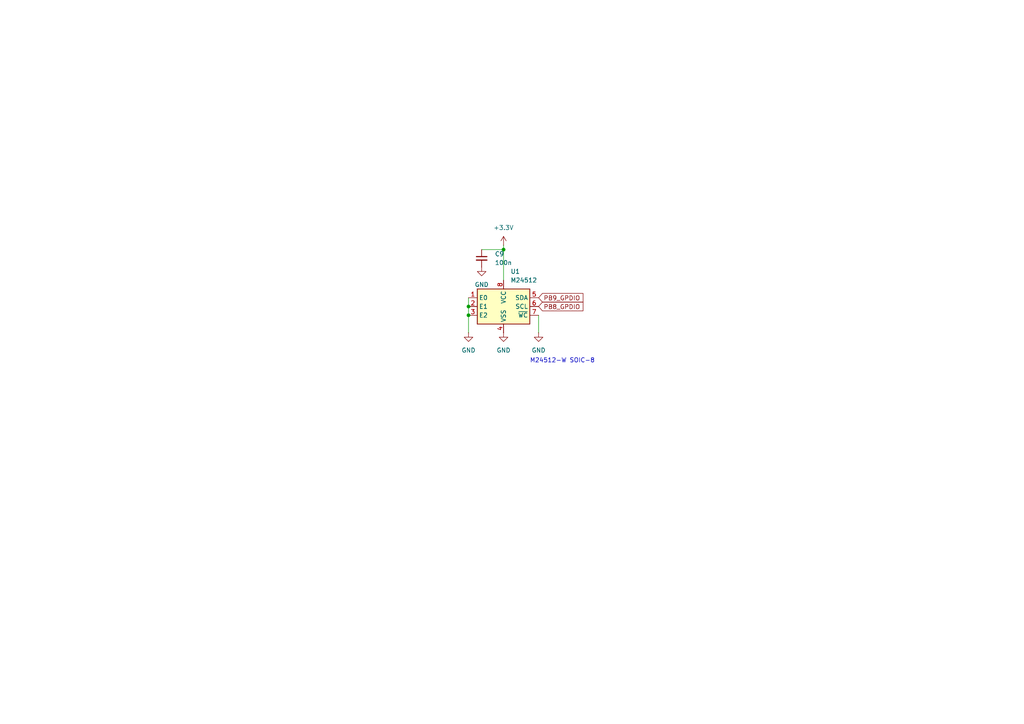
<source format=kicad_sch>
(kicad_sch (version 20250114) (generator "eeschema") (generator_version "9.0")
  (paper "A4")
  (title_block (title "https://github.com/ksoloti/ksoloti-gills") (date "2025-11-19") (rev "v0.6"))
  (lib_symbols
    (symbol "Device:C_Small" (pin_numbers (hide yes)) (pin_names (offset 0.254) (hide yes))
      (property "Reference" "C" (at 0.254 1.778 0))
      (property "Value" "C_Small" (at 0.254 -2.032 0))
      (symbol "C_Small_0_1"
        (polyline (pts (xy -1.524 0.508) (xy 1.524 0.508)) (stroke (width 0.3048)))
        (polyline (pts (xy -1.524 -0.508) (xy 1.524 -0.508)) (stroke (width 0.3302)))
      )
      (symbol "C_Small_1_1"
        (pin passive line (at 0 2.54 270) (length 2.032) (name "~") (number "1"))
        (pin passive line (at 0 -2.54 90) (length 2.032) (name "~") (number "2"))
      )
    )
    (symbol "Memory_EEPROM:M24C02-RMN"
      (property "Reference" "U" (at -6.35 6.35 0))
      (property "Value" "M24C02-RMN" (at 7.62 6.35 0))
      (symbol "M24C02-RMN_0_1"
        (rectangle (start -7.62 5.08) (end 7.62 -5.08) (stroke (width 0.254)) (fill (type background)))
      )
      (symbol "M24C02-RMN_1_1"
        (pin input line (at -10.16 2.54 0) (length 2.54) (name "E0") (number "1"))
        (pin input line (at -10.16 0 0) (length 2.54) (name "E1") (number "2"))
        (pin input line (at -10.16 -2.54 0) (length 2.54) (name "E2") (number "3"))
        (pin power_in line (at 0 7.62 270) (length 2.54) (name "VCC") (number "8"))
        (pin power_in line (at 0 -7.62 90) (length 2.54) (name "VSS") (number "4"))
        (pin bidirectional line (at 10.16 2.54 180) (length 2.54) (name "SDA") (number "5"))
        (pin input line (at 10.16 0 180) (length 2.54) (name "SCL") (number "6"))
        (pin input line (at 10.16 -2.54 180) (length 2.54) (name "~{WC}") (number "7"))
      )
    )
    (symbol "power:+3.3V" (power) (pin_numbers (hide yes)) (pin_names (offset 0) (hide yes))
      (property "Value" "+3.3V" (at 0 3.556 0))
      (symbol "+3.3V_0_1"
        (polyline (pts (xy -0.762 1.27) (xy 0 2.54)))
        (polyline (pts (xy 0 2.54) (xy 0.762 1.27)))
        (polyline (pts (xy 0 0) (xy 0 2.54)))
      )
      (symbol "+3.3V_1_1"
        (pin power_in line (at 0 0 90) (length 0) (name "~") (number "1"))
      )
    )
    (symbol "power:GND" (power) (pin_numbers (hide yes)) (pin_names (offset 0) (hide yes))
      (property "Value" "GND" (at 0 -3.81 0))
      (symbol "GND_0_1"
        (polyline (pts (xy 0 0) (xy 0 -1.27) (xy 1.27 -1.27) (xy 0 -2.54) (xy -1.27 -1.27) (xy 0 -1.27)))
      )
      (symbol "GND_1_1"
        (pin power_in line (at 0 0 270) (length 0) (name "~") (number "1"))
      )
    )
  )
  (text "M24512-W SOIC-8" (at 153.67 105.41 0) (effects (font (size 1.27 1.27)) (justify left bottom)))
  (junction (at 146.05 72.39))
  (junction (at 135.89 91.44))
  (junction (at 135.89 88.9))
  (wire (pts (xy 146.05 72.39) (xy 139.7 72.39)))
  (wire (pts (xy 135.89 86.36) (xy 135.89 88.9)))
  (wire (pts (xy 146.05 72.39) (xy 146.05 71.12)))
  (wire (pts (xy 156.21 91.44) (xy 156.21 96.52)))
  (wire (pts (xy 135.89 91.44) (xy 135.89 96.52)))
  (wire (pts (xy 146.05 81.28) (xy 146.05 72.39)))
  (wire (pts (xy 135.89 88.9) (xy 135.89 91.44)))
  (global_label "PB8_GPDIO" (shape input) (at 156.21 88.9 0) (property "Intersheetrefs" "${INTERSHEET_REFS}" (effects (hide yes))))
  (global_label "PB9_GPDIO" (shape input) (at 156.21 86.36 0) (property "Intersheetrefs" "${INTERSHEET_REFS}" (effects (hide yes))))
  (symbol (lib_id "power:GND") (at 135.89 96.52 0) (unit 1)
    (property "Reference" "#PWR014" (effects (hide yes)))
    (property "Value" "GND" (at 135.89 101.6 0))
    (property "Description" "Power symbol creates a global label with name \"GND\" , ground" (effects (hide yes)))
  )
  (symbol (lib_id "power:GND") (at 146.05 96.52 0) (unit 1)
    (property "Reference" "#PWR031" (effects (hide yes)))
    (property "Value" "GND" (at 146.05 101.6 0))
    (property "Description" "Power symbol creates a global label with name \"GND\" , ground" (effects (hide yes)))
  )
  (symbol (lib_id "Device:C_Small") (at 139.7 74.93 0) (unit 1)
    (property "Reference" "C9" (at 143.51 73.6599 0) (effects (justify left)))
    (property "Value" "100n" (at 143.51 76.1999 0) (effects (justify left)))
    (property "Footprint" "Capacitor_SMD:C_0603_1608Metric" (effects (hide yes)))
    (property "Description" "Unpolarized capacitor, small symbol" (effects (hide yes)))
  )
  (symbol (lib_id "power:GND") (at 139.7 77.47 0) (unit 1)
    (property "Reference" "#PWR0136" (effects (hide yes)))
    (property "Value" "GND" (at 139.7 82.55 0))
    (property "Description" "Power symbol creates a global label with name \"GND\" , ground" (effects (hide yes)))
  )
  (symbol (lib_id "power:+3.3V") (at 146.05 71.12 0) (unit 1)
    (property "Reference" "#PWR016" (effects (hide yes)))
    (property "Value" "+3.3V" (at 146.05 66.04 0))
    (property "Description" "Power symbol creates a global label with name \"+3.3V\"" (effects (hide yes)))
  )
  (symbol (lib_id "power:GND") (at 156.21 96.52 0) (unit 1)
    (property "Reference" "#PWR0141" (effects (hide yes)))
    (property "Value" "GND" (at 156.21 101.6 0))
    (property "Description" "Power symbol creates a global label with name \"GND\" , ground" (effects (hide yes)))
  )
  (symbol (lib_id "Memory_EEPROM:M24C02-RMN") (at 146.05 88.9 0) (unit 1)
    (property "Reference" "U1" (at 148.0694 78.74 0) (effects (justify left)))
    (property "Value" "M24512" (at 148.0694 81.28 0) (effects (justify left)))
    (property "Footprint" "Package_SO:SOIC-8_3.9x4.9mm_P1.27mm" (effects (hide yes)))
    (property "Datasheet" "http://www.st.com/content/ccc/resource/technical/document/datasheet/b0/d8/50/40/5a/85/49/6f/DM00071904.pdf/files/DM00071904.pdf/jcr:content/translations/en.DM00071904.pdf" (effects (hide yes)))
    (property "Description" "2Kb (256x8) I2C Serial EEPROM, 1.8-5.5V, SOIC-8" (effects (hide yes)))
  )
)
</source>
